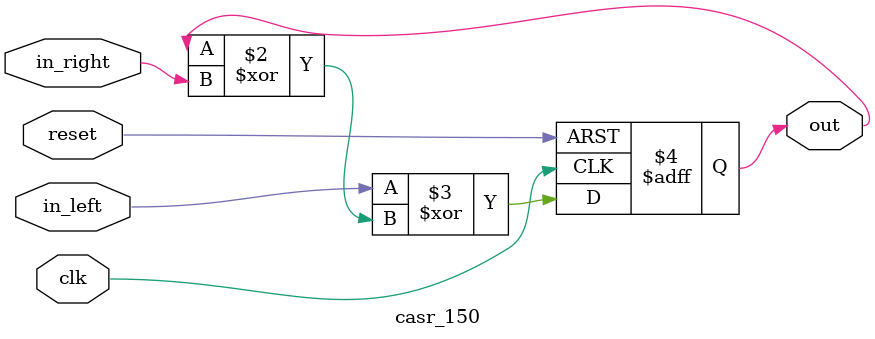
<source format=v>
`timescale 1ns / 1ps
module rng(
            input wire clk1,
            input wire clk2,
            input wire reset,
            output wire [31:0] out,
            
            output wire [42:0] lfsr,
            output wire [36:0] casr
    );

    lfsr lfsr_0(
                .clk(clk1),
                .reset(reset),
                .out(lfsr)
                );
                
    casr casr_0(
                .clk(clk2),
                .reset(reset),
                .out(casr)
                );
                
    assign out = lfsr[42:11] ^ casr[36:5];


endmodule


module lfsr(
    input wire clk,
    input wire reset,
    output reg [42:0] out
    );
    
    
    always @ (posedge clk or posedge reset)
        if (reset) out<= 43'h400_0000_0000;
        else out <= { (out[42] ^ out[40]) ^ (out[19] ^ out[0]) , out[42:1]};


    
endmodule


  module casr(
      input wire clk,
      input wire reset,
      output wire [36:0] out
    );

  
	 casr_90 bit0( .clk(clk), .reset(reset), .in_left(out[1]), .in_right(1'b0), .out(out[0]) );
	 casr_90 bit1( .clk(clk), .reset(reset), .in_left(out[2]), .in_right(out[0]), .out(out[1]) );
	 casr_90 bit2( .clk(clk), .reset(reset), .in_left(out[3]), .in_right(out[1]), .out(out[2]) );
	 casr_90 bit3( .clk(clk), .reset(reset), .in_left(out[4]), .in_right(out[2]), .out(out[3]) );
	 casr_90 bit4( .clk(clk), .reset(reset), .in_left(out[5]), .in_right(out[3]), .out(out[4]) );
	 casr_90 bit5( .clk(clk), .reset(reset), .in_left(out[6]), .in_right(out[4]), .out(out[5]) );
	 casr_90 bit6( .clk(clk), .reset(reset), .in_left(out[7]), .in_right(out[5]), .out(out[6]) );
	 casr_90 bit7( .clk(clk), .reset(reset), .in_left(out[8]), .in_right(out[6]), .out(out[7]) );
	 casr_90 bit8( .clk(clk), .reset(reset), .in_left(out[9]), .in_right(out[7]), .out(out[8]) );
	 casr_90 bit9( .clk(clk), .reset(reset), .in_left(out[10]), .in_right(out[8]), .out(out[9]) );
	 casr_90 bit10( .clk(clk), .reset(reset), .in_left(out[11]), .in_right(out[9]), .out(out[10]) );
	 casr_90 bit11( .clk(clk), .reset(reset), .in_left(out[12]), .in_right(out[10]), .out(out[11]) );
	 casr_90 bit12( .clk(clk), .reset(reset), .in_left(out[13]), .in_right(out[11]), .out(out[12]) );
	 casr_90 bit13( .clk(clk), .reset(reset), .in_left(out[14]), .in_right(out[12]), .out(out[13]) );
	 casr_90 bit14( .clk(clk), .reset(reset), .in_left(out[15]), .in_right(out[13]), .out(out[14]) );
	 casr_90 bit15( .clk(clk), .reset(reset), .in_left(out[16]), .in_right(out[14]), .out(out[15]) );
	 casr_90 bit16( .clk(clk), .reset(reset), .in_left(out[17]), .in_right(out[15]), .out(out[16]) );
	 casr_90 bit17( .clk(clk), .reset(reset), .in_left(out[18]), .in_right(out[16]), .out(out[17]) );
	 casr_90 bit18( .clk(clk), .reset(reset), .in_left(out[19]), .in_right(out[17]), .out(out[18]) );
	 casr_90 bit19( .clk(clk), .reset(reset), .in_left(out[20]), .in_right(out[18]), .out(out[19]) );
	 casr_90 bit20( .clk(clk), .reset(reset), .in_left(out[21]), .in_right(out[19]), .out(out[20]) );
	 casr_90 bit21( .clk(clk), .reset(reset), .in_left(out[22]), .in_right(out[20]), .out(out[21]) );
	 casr_90 bit22( .clk(clk), .reset(reset), .in_left(out[23]), .in_right(out[21]), .out(out[22]) );
	 casr_90 bit23( .clk(clk), .reset(reset), .in_left(out[24]), .in_right(out[22]), .out(out[23]) );
	 casr_90 bit24( .clk(clk), .reset(reset), .in_left(out[25]), .in_right(out[23]), .out(out[24]) );
	 casr_90 bit25( .clk(clk), .reset(reset), .in_left(out[26]), .in_right(out[24]), .out(out[25]) );
	 casr_90 bit26( .clk(clk), .reset(reset), .in_left(out[27]), .in_right(out[25]), .out(out[26]) );
	 casr_90 bit27( .clk(clk), .reset(reset), .in_left(out[28]), .in_right(out[26]), .out(out[27]) );
	 casr_150 bit28( .clk(clk), .reset(reset), .in_left(out[29]), .in_right(out[27]), .out(out[28]) );
	 casr_90 bit29( .clk(clk), .reset(reset), .in_left(out[30]), .in_right(out[28]), .out(out[29]) );
	 casr_90 bit30( .clk(clk), .reset(reset), .in_left(out[31]), .in_right(out[29]), .out(out[30]) );
	 casr_90 bit31( .clk(clk), .reset(reset), .in_left(out[32]), .in_right(out[30]), .out(out[31]) );
	 casr_90 bit32( .clk(clk), .reset(reset), .in_left(out[33]), .in_right(out[31]), .out(out[32]) );
	 casr_90 bit33( .clk(clk), .reset(reset), .in_left(out[34]), .in_right(out[32]), .out(out[33]) );
	 casr_90 bit34( .clk(clk), .reset(reset), .in_left(out[35]), .in_right(out[33]), .out(out[34]) );
	 casr_90 bit35( .clk(clk), .reset(reset), .in_left(out[36]), .in_right(out[34]), .out(out[35]) );
	 casr_90 bit36( .clk(clk), .reset(reset), .in_left(1'b0), .in_right(out[35]), .out(out[36]) );
endmodule


module  casr_90(
        input wire clk,
        input wire reset,
        input wire in_left,
        input wire in_right,
        output reg out
    );
    
    
    always @ (posedge clk or posedge reset)
        if (reset) out <= 0;
        else out <= in_left ^ in_right;

endmodule

module casr_150 (
        input wire clk,
        input wire reset,
        input wire in_left,
        input wire in_right,
        output reg out
        );
        
    always @ (posedge clk or posedge reset)
        if (reset) out <= 1;
        else out <= in_left ^ ( out ^ in_right );
        
        
endmodule

</source>
